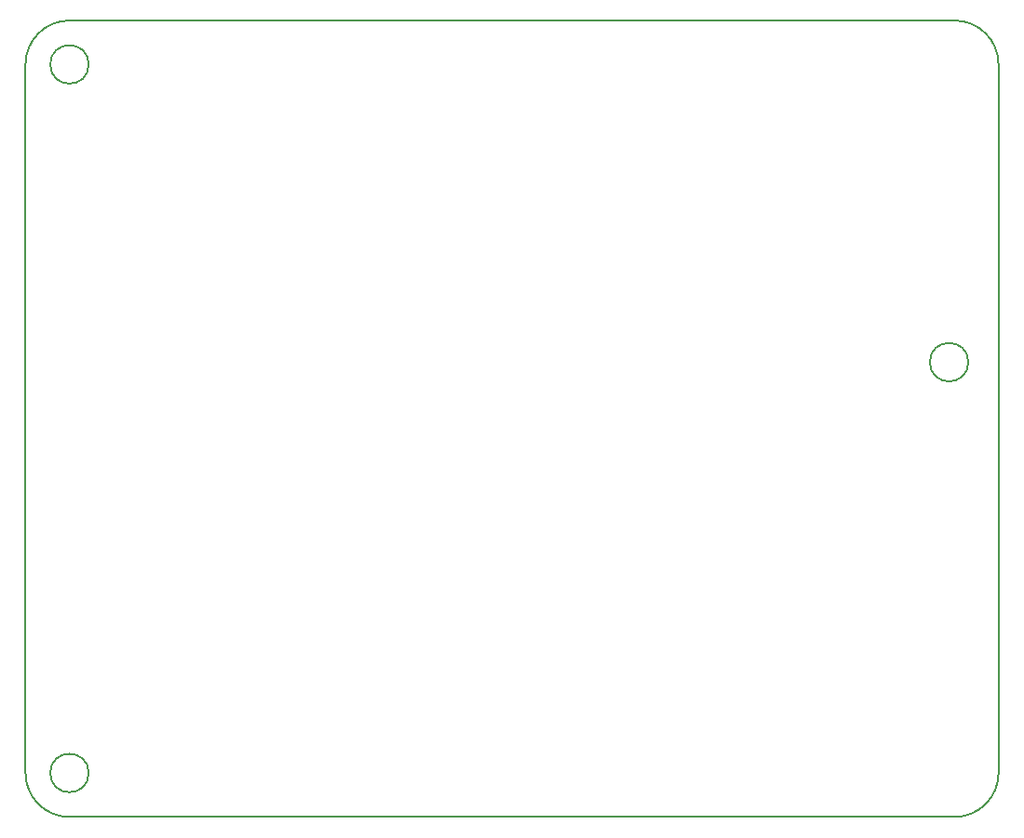
<source format=gbr>
%TF.GenerationSoftware,KiCad,Pcbnew,(5.99.0-6751-g76ac8b5acf)*%
%TF.CreationDate,2020-11-03T00:31:15-05:00*%
%TF.ProjectId,CM4_NAS,434d345f-4e41-4532-9e6b-696361645f70,rev?*%
%TF.SameCoordinates,Original*%
%TF.FileFunction,Profile,NP*%
%FSLAX46Y46*%
G04 Gerber Fmt 4.6, Leading zero omitted, Abs format (unit mm)*
G04 Created by KiCad (PCBNEW (5.99.0-6751-g76ac8b5acf)) date 2020-11-03 00:31:15*
%MOMM*%
%LPD*%
G01*
G04 APERTURE LIST*
%TA.AperFunction,Profile*%
%ADD10C,0.200000*%
%TD*%
G04 APERTURE END LIST*
D10*
X178560000Y-137799999D02*
G75*
G02*
X174559999Y-141800000I-4000001J0D01*
G01*
X94060001Y-141800000D02*
X174559999Y-141800000D01*
X174559999Y-69300000D02*
X94060001Y-69300000D01*
X94060000Y-141800000D02*
G75*
G02*
X90060000Y-137800000I0J4000000D01*
G01*
X178560000Y-137799999D02*
X178559999Y-73300000D01*
X90060000Y-73300000D02*
X90060000Y-137800000D01*
X95810000Y-73300000D02*
G75*
G03*
X95810000Y-73300000I-1750000J0D01*
G01*
X90060000Y-73299999D02*
G75*
G02*
X94060001Y-69300000I4000000J-1D01*
G01*
X175809999Y-100400001D02*
G75*
G03*
X175809999Y-100400001I-1750000J0D01*
G01*
X174559999Y-69300000D02*
G75*
G02*
X178559999Y-73300000I0J-4000000D01*
G01*
X95810001Y-137800000D02*
G75*
G03*
X95810001Y-137800000I-1750000J0D01*
G01*
M02*

</source>
